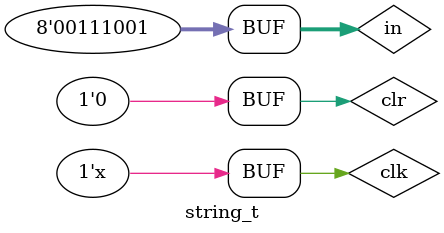
<source format=v>
`timescale 1ns / 1ps


module string_t;

	// Inputs
	reg clk;
	reg clr;
	reg [7:0] in;

	// Outputs
	wire out;

	// Instantiate the Unit Under Test (UUT)
	string uut (
		.clk(clk), 
		.clr(clr), 
		.in(in), 
		.out(out)
	);

	initial begin
		// Initialize Inputs
		clk = 0;
		clr = 0;
		in = 0;

		// Wait 100 ns for global reset to finish
		#10;
		#10 clr=1;
      #10 in="9";
		#10 clr=0;
		#10 in="9";
		#10 in="9";
		#10 in="9";
		// Add stimulus here

	end
      always #5 clk=~clk;
endmodule


</source>
